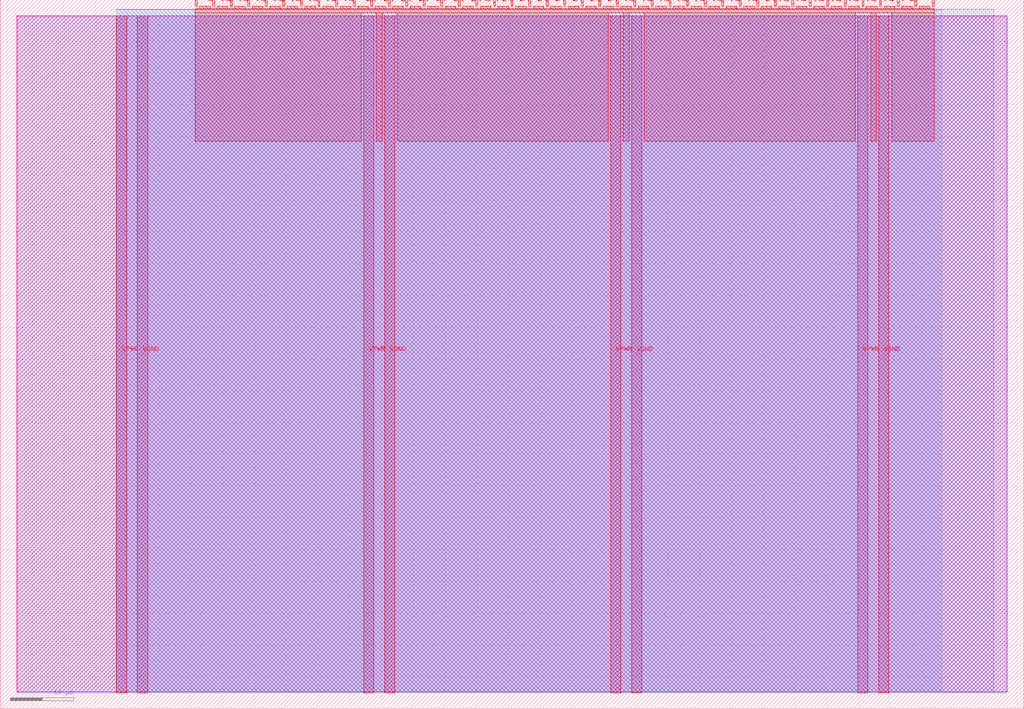
<source format=lef>
VERSION 5.7 ;
  NOWIREEXTENSIONATPIN ON ;
  DIVIDERCHAR "/" ;
  BUSBITCHARS "[]" ;
MACRO tt_um_markr_transientshaper
  CLASS BLOCK ;
  FOREIGN tt_um_markr_transientshaper ;
  ORIGIN 0.000 0.000 ;
  SIZE 161.000 BY 111.520 ;
  PIN VGND
    DIRECTION INOUT ;
    USE GROUND ;
    PORT
      LAYER met4 ;
        RECT 21.580 2.480 23.180 109.040 ;
    END
    PORT
      LAYER met4 ;
        RECT 60.450 2.480 62.050 109.040 ;
    END
    PORT
      LAYER met4 ;
        RECT 99.320 2.480 100.920 109.040 ;
    END
    PORT
      LAYER met4 ;
        RECT 138.190 2.480 139.790 109.040 ;
    END
  END VGND
  PIN VPWR
    DIRECTION INOUT ;
    USE POWER ;
    PORT
      LAYER met4 ;
        RECT 18.280 2.480 19.880 109.040 ;
    END
    PORT
      LAYER met4 ;
        RECT 57.150 2.480 58.750 109.040 ;
    END
    PORT
      LAYER met4 ;
        RECT 96.020 2.480 97.620 109.040 ;
    END
    PORT
      LAYER met4 ;
        RECT 134.890 2.480 136.490 109.040 ;
    END
  END VPWR
  PIN clk
    DIRECTION INPUT ;
    USE SIGNAL ;
    ANTENNAGATEAREA 0.852000 ;
    PORT
      LAYER met4 ;
        RECT 143.830 110.520 144.130 111.520 ;
    END
  END clk
  PIN ena
    DIRECTION INPUT ;
    USE SIGNAL ;
    ANTENNAGATEAREA 0.196500 ;
    PORT
      LAYER met4 ;
        RECT 146.590 110.520 146.890 111.520 ;
    END
  END ena
  PIN rst_n
    DIRECTION INPUT ;
    USE SIGNAL ;
    ANTENNAGATEAREA 0.196500 ;
    PORT
      LAYER met4 ;
        RECT 141.070 110.520 141.370 111.520 ;
    END
  END rst_n
  PIN ui_in[0]
    DIRECTION INPUT ;
    USE SIGNAL ;
    ANTENNAGATEAREA 0.196500 ;
    PORT
      LAYER met4 ;
        RECT 138.310 110.520 138.610 111.520 ;
    END
  END ui_in[0]
  PIN ui_in[1]
    DIRECTION INPUT ;
    USE SIGNAL ;
    ANTENNAGATEAREA 0.213000 ;
    PORT
      LAYER met4 ;
        RECT 135.550 110.520 135.850 111.520 ;
    END
  END ui_in[1]
  PIN ui_in[2]
    DIRECTION INPUT ;
    USE SIGNAL ;
    ANTENNAGATEAREA 0.213000 ;
    PORT
      LAYER met4 ;
        RECT 132.790 110.520 133.090 111.520 ;
    END
  END ui_in[2]
  PIN ui_in[3]
    DIRECTION INPUT ;
    USE SIGNAL ;
    ANTENNAGATEAREA 0.213000 ;
    PORT
      LAYER met4 ;
        RECT 130.030 110.520 130.330 111.520 ;
    END
  END ui_in[3]
  PIN ui_in[4]
    DIRECTION INPUT ;
    USE SIGNAL ;
    ANTENNAGATEAREA 0.213000 ;
    PORT
      LAYER met4 ;
        RECT 127.270 110.520 127.570 111.520 ;
    END
  END ui_in[4]
  PIN ui_in[5]
    DIRECTION INPUT ;
    USE SIGNAL ;
    ANTENNAGATEAREA 0.213000 ;
    PORT
      LAYER met4 ;
        RECT 124.510 110.520 124.810 111.520 ;
    END
  END ui_in[5]
  PIN ui_in[6]
    DIRECTION INPUT ;
    USE SIGNAL ;
    ANTENNAGATEAREA 0.196500 ;
    PORT
      LAYER met4 ;
        RECT 121.750 110.520 122.050 111.520 ;
    END
  END ui_in[6]
  PIN ui_in[7]
    DIRECTION INPUT ;
    USE SIGNAL ;
    ANTENNAGATEAREA 0.196500 ;
    PORT
      LAYER met4 ;
        RECT 118.990 110.520 119.290 111.520 ;
    END
  END ui_in[7]
  PIN uio_in[0]
    DIRECTION INPUT ;
    USE SIGNAL ;
    PORT
      LAYER met4 ;
        RECT 116.230 110.520 116.530 111.520 ;
    END
  END uio_in[0]
  PIN uio_in[1]
    DIRECTION INPUT ;
    USE SIGNAL ;
    PORT
      LAYER met4 ;
        RECT 113.470 110.520 113.770 111.520 ;
    END
  END uio_in[1]
  PIN uio_in[2]
    DIRECTION INPUT ;
    USE SIGNAL ;
    PORT
      LAYER met4 ;
        RECT 110.710 110.520 111.010 111.520 ;
    END
  END uio_in[2]
  PIN uio_in[3]
    DIRECTION INPUT ;
    USE SIGNAL ;
    PORT
      LAYER met4 ;
        RECT 107.950 110.520 108.250 111.520 ;
    END
  END uio_in[3]
  PIN uio_in[4]
    DIRECTION INPUT ;
    USE SIGNAL ;
    PORT
      LAYER met4 ;
        RECT 105.190 110.520 105.490 111.520 ;
    END
  END uio_in[4]
  PIN uio_in[5]
    DIRECTION INPUT ;
    USE SIGNAL ;
    PORT
      LAYER met4 ;
        RECT 102.430 110.520 102.730 111.520 ;
    END
  END uio_in[5]
  PIN uio_in[6]
    DIRECTION INPUT ;
    USE SIGNAL ;
    PORT
      LAYER met4 ;
        RECT 99.670 110.520 99.970 111.520 ;
    END
  END uio_in[6]
  PIN uio_in[7]
    DIRECTION INPUT ;
    USE SIGNAL ;
    PORT
      LAYER met4 ;
        RECT 96.910 110.520 97.210 111.520 ;
    END
  END uio_in[7]
  PIN uio_oe[0]
    DIRECTION OUTPUT ;
    USE SIGNAL ;
    PORT
      LAYER met4 ;
        RECT 49.990 110.520 50.290 111.520 ;
    END
  END uio_oe[0]
  PIN uio_oe[1]
    DIRECTION OUTPUT ;
    USE SIGNAL ;
    PORT
      LAYER met4 ;
        RECT 47.230 110.520 47.530 111.520 ;
    END
  END uio_oe[1]
  PIN uio_oe[2]
    DIRECTION OUTPUT ;
    USE SIGNAL ;
    PORT
      LAYER met4 ;
        RECT 44.470 110.520 44.770 111.520 ;
    END
  END uio_oe[2]
  PIN uio_oe[3]
    DIRECTION OUTPUT ;
    USE SIGNAL ;
    PORT
      LAYER met4 ;
        RECT 41.710 110.520 42.010 111.520 ;
    END
  END uio_oe[3]
  PIN uio_oe[4]
    DIRECTION OUTPUT ;
    USE SIGNAL ;
    PORT
      LAYER met4 ;
        RECT 38.950 110.520 39.250 111.520 ;
    END
  END uio_oe[4]
  PIN uio_oe[5]
    DIRECTION OUTPUT ;
    USE SIGNAL ;
    PORT
      LAYER met4 ;
        RECT 36.190 110.520 36.490 111.520 ;
    END
  END uio_oe[5]
  PIN uio_oe[6]
    DIRECTION OUTPUT ;
    USE SIGNAL ;
    PORT
      LAYER met4 ;
        RECT 33.430 110.520 33.730 111.520 ;
    END
  END uio_oe[6]
  PIN uio_oe[7]
    DIRECTION OUTPUT ;
    USE SIGNAL ;
    PORT
      LAYER met4 ;
        RECT 30.670 110.520 30.970 111.520 ;
    END
  END uio_oe[7]
  PIN uio_out[0]
    DIRECTION OUTPUT ;
    USE SIGNAL ;
    PORT
      LAYER met4 ;
        RECT 72.070 110.520 72.370 111.520 ;
    END
  END uio_out[0]
  PIN uio_out[1]
    DIRECTION OUTPUT ;
    USE SIGNAL ;
    PORT
      LAYER met4 ;
        RECT 69.310 110.520 69.610 111.520 ;
    END
  END uio_out[1]
  PIN uio_out[2]
    DIRECTION OUTPUT ;
    USE SIGNAL ;
    PORT
      LAYER met4 ;
        RECT 66.550 110.520 66.850 111.520 ;
    END
  END uio_out[2]
  PIN uio_out[3]
    DIRECTION OUTPUT ;
    USE SIGNAL ;
    PORT
      LAYER met4 ;
        RECT 63.790 110.520 64.090 111.520 ;
    END
  END uio_out[3]
  PIN uio_out[4]
    DIRECTION OUTPUT ;
    USE SIGNAL ;
    PORT
      LAYER met4 ;
        RECT 61.030 110.520 61.330 111.520 ;
    END
  END uio_out[4]
  PIN uio_out[5]
    DIRECTION OUTPUT ;
    USE SIGNAL ;
    PORT
      LAYER met4 ;
        RECT 58.270 110.520 58.570 111.520 ;
    END
  END uio_out[5]
  PIN uio_out[6]
    DIRECTION OUTPUT ;
    USE SIGNAL ;
    PORT
      LAYER met4 ;
        RECT 55.510 110.520 55.810 111.520 ;
    END
  END uio_out[6]
  PIN uio_out[7]
    DIRECTION OUTPUT ;
    USE SIGNAL ;
    PORT
      LAYER met4 ;
        RECT 52.750 110.520 53.050 111.520 ;
    END
  END uio_out[7]
  PIN uo_out[0]
    DIRECTION OUTPUT ;
    USE SIGNAL ;
    ANTENNAGATEAREA 0.126000 ;
    ANTENNADIFFAREA 0.891000 ;
    PORT
      LAYER met4 ;
        RECT 94.150 110.520 94.450 111.520 ;
    END
  END uo_out[0]
  PIN uo_out[1]
    DIRECTION OUTPUT ;
    USE SIGNAL ;
    ANTENNAGATEAREA 0.247500 ;
    ANTENNADIFFAREA 0.891000 ;
    PORT
      LAYER met4 ;
        RECT 91.390 110.520 91.690 111.520 ;
    END
  END uo_out[1]
  PIN uo_out[2]
    DIRECTION OUTPUT ;
    USE SIGNAL ;
    ANTENNAGATEAREA 0.126000 ;
    ANTENNADIFFAREA 0.891000 ;
    PORT
      LAYER met4 ;
        RECT 88.630 110.520 88.930 111.520 ;
    END
  END uo_out[2]
  PIN uo_out[3]
    DIRECTION OUTPUT ;
    USE SIGNAL ;
    ANTENNAGATEAREA 0.247500 ;
    ANTENNADIFFAREA 0.891000 ;
    PORT
      LAYER met4 ;
        RECT 85.870 110.520 86.170 111.520 ;
    END
  END uo_out[3]
  PIN uo_out[4]
    DIRECTION OUTPUT ;
    USE SIGNAL ;
    ANTENNAGATEAREA 0.247500 ;
    ANTENNADIFFAREA 0.891000 ;
    PORT
      LAYER met4 ;
        RECT 83.110 110.520 83.410 111.520 ;
    END
  END uo_out[4]
  PIN uo_out[5]
    DIRECTION OUTPUT ;
    USE SIGNAL ;
    ANTENNAGATEAREA 0.247500 ;
    ANTENNADIFFAREA 0.891000 ;
    PORT
      LAYER met4 ;
        RECT 80.350 110.520 80.650 111.520 ;
    END
  END uo_out[5]
  PIN uo_out[6]
    DIRECTION OUTPUT ;
    USE SIGNAL ;
    ANTENNAGATEAREA 0.247500 ;
    ANTENNADIFFAREA 0.891000 ;
    PORT
      LAYER met4 ;
        RECT 77.590 110.520 77.890 111.520 ;
    END
  END uo_out[6]
  PIN uo_out[7]
    DIRECTION OUTPUT ;
    USE SIGNAL ;
    ANTENNAGATEAREA 0.126000 ;
    ANTENNADIFFAREA 0.891000 ;
    PORT
      LAYER met4 ;
        RECT 74.830 110.520 75.130 111.520 ;
    END
  END uo_out[7]
  OBS
      LAYER nwell ;
        RECT 2.570 2.635 158.430 108.990 ;
      LAYER li1 ;
        RECT 2.760 2.635 158.240 108.885 ;
      LAYER met1 ;
        RECT 2.760 2.480 158.240 109.040 ;
      LAYER met2 ;
        RECT 18.310 2.535 156.300 110.005 ;
      LAYER met3 ;
        RECT 18.290 2.555 148.055 109.985 ;
      LAYER met4 ;
        RECT 31.370 110.120 33.030 110.520 ;
        RECT 34.130 110.120 35.790 110.520 ;
        RECT 36.890 110.120 38.550 110.520 ;
        RECT 39.650 110.120 41.310 110.520 ;
        RECT 42.410 110.120 44.070 110.520 ;
        RECT 45.170 110.120 46.830 110.520 ;
        RECT 47.930 110.120 49.590 110.520 ;
        RECT 50.690 110.120 52.350 110.520 ;
        RECT 53.450 110.120 55.110 110.520 ;
        RECT 56.210 110.120 57.870 110.520 ;
        RECT 58.970 110.120 60.630 110.520 ;
        RECT 61.730 110.120 63.390 110.520 ;
        RECT 64.490 110.120 66.150 110.520 ;
        RECT 67.250 110.120 68.910 110.520 ;
        RECT 70.010 110.120 71.670 110.520 ;
        RECT 72.770 110.120 74.430 110.520 ;
        RECT 75.530 110.120 77.190 110.520 ;
        RECT 78.290 110.120 79.950 110.520 ;
        RECT 81.050 110.120 82.710 110.520 ;
        RECT 83.810 110.120 85.470 110.520 ;
        RECT 86.570 110.120 88.230 110.520 ;
        RECT 89.330 110.120 90.990 110.520 ;
        RECT 92.090 110.120 93.750 110.520 ;
        RECT 94.850 110.120 96.510 110.520 ;
        RECT 97.610 110.120 99.270 110.520 ;
        RECT 100.370 110.120 102.030 110.520 ;
        RECT 103.130 110.120 104.790 110.520 ;
        RECT 105.890 110.120 107.550 110.520 ;
        RECT 108.650 110.120 110.310 110.520 ;
        RECT 111.410 110.120 113.070 110.520 ;
        RECT 114.170 110.120 115.830 110.520 ;
        RECT 116.930 110.120 118.590 110.520 ;
        RECT 119.690 110.120 121.350 110.520 ;
        RECT 122.450 110.120 124.110 110.520 ;
        RECT 125.210 110.120 126.870 110.520 ;
        RECT 127.970 110.120 129.630 110.520 ;
        RECT 130.730 110.120 132.390 110.520 ;
        RECT 133.490 110.120 135.150 110.520 ;
        RECT 136.250 110.120 137.910 110.520 ;
        RECT 139.010 110.120 140.670 110.520 ;
        RECT 141.770 110.120 143.430 110.520 ;
        RECT 144.530 110.120 146.190 110.520 ;
        RECT 30.655 109.440 146.905 110.120 ;
        RECT 30.655 89.255 56.750 109.440 ;
        RECT 59.150 89.255 60.050 109.440 ;
        RECT 62.450 89.255 95.620 109.440 ;
        RECT 98.020 89.255 98.920 109.440 ;
        RECT 101.320 89.255 134.490 109.440 ;
        RECT 136.890 89.255 137.790 109.440 ;
        RECT 140.190 89.255 146.905 109.440 ;
  END
END tt_um_markr_transientshaper
END LIBRARY


</source>
